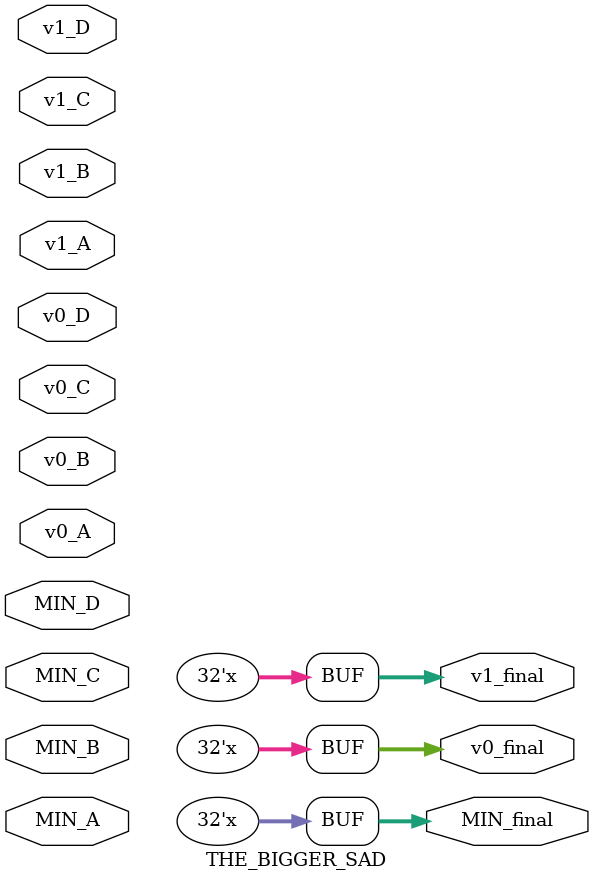
<source format=v>
`timescale 1ns / 1ps


module THE_BIGGER_SAD(v1_A, v0_A, MIN_A,
                      v1_B, v0_B, MIN_B,  
                      v1_C, v0_C, MIN_C,  
                      v1_D, v0_D, MIN_D,
                      v1_final, v0_final, MIN_final);
                      
    input [31:0] v1_A, v0_A, MIN_A,
                 v1_B, v0_B, MIN_B,  
                 v1_C, v0_C, MIN_C,  
                 v1_D, v0_D, MIN_D;
    
    output reg [31:0] v1_final, v0_final, MIN_final;
    
    reg [31:0] MIN_temp;
    reg [31:0] v1_temp, v0_temp;
    
    initial
    begin
        MIN_temp <= 10000;
        MIN_final <= MIN_temp;
        v0_final <= 0;
        v1_final <= 0;
    end
    
    always @(*)
    begin
        if (MIN_A <= MIN_temp) 
        begin
            v0_temp <= v0_A;
            v1_temp <= v1_A;
            MIN_temp <= MIN_A;
        end 
        if (MIN_B <= MIN_temp) 
        begin
            v0_temp <= v0_B;
            v1_temp <= v1_B;
            MIN_temp <= MIN_B;
        end 
        if (MIN_C <= MIN_temp) 
        begin
            v0_temp <= v0_C;
            v1_temp <= v1_C;
            MIN_temp <= MIN_C;
        end 
        if (MIN_D <= MIN_temp) 
        begin
            v0_temp <= v0_D;
            v1_temp <= v1_D;
            MIN_temp <= MIN_D;
        end
        
        MIN_final <= MIN_temp;
        v0_final <= v0_temp;
        v1_final <= v1_temp;
        
    end
                      
           
endmodule

</source>
